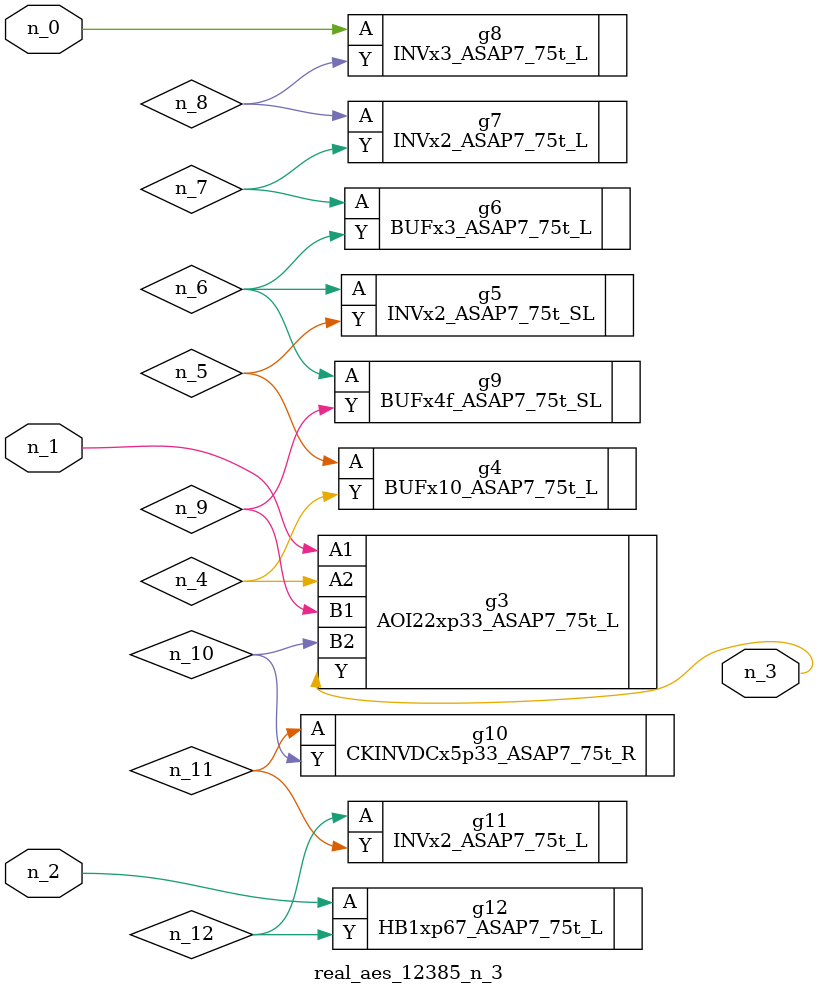
<source format=v>
module real_aes_12385_n_3 (n_0, n_2, n_1, n_3);
input n_0;
input n_2;
input n_1;
output n_3;
wire n_4;
wire n_5;
wire n_7;
wire n_9;
wire n_6;
wire n_8;
wire n_12;
wire n_10;
wire n_11;
INVx3_ASAP7_75t_L g8 ( .A(n_0), .Y(n_8) );
AOI22xp33_ASAP7_75t_L g3 ( .A1(n_1), .A2(n_4), .B1(n_9), .B2(n_10), .Y(n_3) );
HB1xp67_ASAP7_75t_L g12 ( .A(n_2), .Y(n_12) );
BUFx10_ASAP7_75t_L g4 ( .A(n_5), .Y(n_4) );
INVx2_ASAP7_75t_SL g5 ( .A(n_6), .Y(n_5) );
BUFx4f_ASAP7_75t_SL g9 ( .A(n_6), .Y(n_9) );
BUFx3_ASAP7_75t_L g6 ( .A(n_7), .Y(n_6) );
INVx2_ASAP7_75t_L g7 ( .A(n_8), .Y(n_7) );
CKINVDCx5p33_ASAP7_75t_R g10 ( .A(n_11), .Y(n_10) );
INVx2_ASAP7_75t_L g11 ( .A(n_12), .Y(n_11) );
endmodule
</source>
